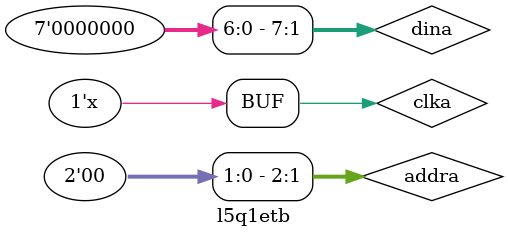
<source format=v>
`timescale 1ns / 1ps


module l5q1etb;

	// Inputs
	reg clka;
	reg [0:0] wea;
	reg [2:0] addra;
	reg [7:0] dina;

	// Outputs
	wire [7:0] douta;

	// Instantiate the Unit Under Test (UUT)
	l5q1e uut4 (
		.clka(clka), 
		.wea(wea), 
		.addra(addra), 
		.dina(dina), 
		.douta(douta)
	);

always
begin
#5 clka=~clka;
end

	initial 
	begin
		// Initialize Inputs
		clka = 0;
		wea = 0;
		addra = 0;
		dina = 0;

		// Wait 100 ns for global reset to finish
		#100;
      repeat(10)
		begin
		wea = $random;
		addra = $random;
		dina = $random;
		#10; 
	end
	
	end
      
endmodule


</source>
